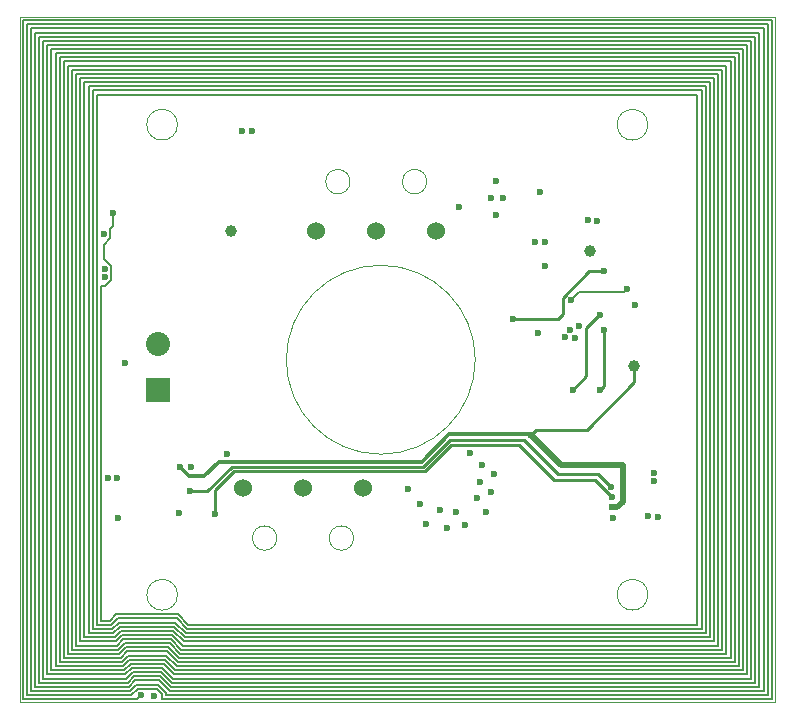
<source format=gbr>
%TF.GenerationSoftware,KiCad,Pcbnew,(5.1.5)-3*%
%TF.CreationDate,2020-08-29T16:56:36-07:00*%
%TF.ProjectId,ypanel,7970616e-656c-42e6-9b69-6361645f7063,rev?*%
%TF.SameCoordinates,Original*%
%TF.FileFunction,Copper,L2,Inr*%
%TF.FilePolarity,Positive*%
%FSLAX46Y46*%
G04 Gerber Fmt 4.6, Leading zero omitted, Abs format (unit mm)*
G04 Created by KiCad (PCBNEW (5.1.5)-3) date 2020-08-29 16:56:36*
%MOMM*%
%LPD*%
G04 APERTURE LIST*
%ADD10C,0.100000*%
%ADD11C,0.050000*%
%ADD12C,2.032000*%
%ADD13R,2.032000X2.032000*%
%ADD14C,1.000000*%
%ADD15C,1.524000*%
%ADD16C,0.600000*%
%ADD17C,0.240000*%
%ADD18C,0.480000*%
%ADD19C,0.320000*%
%ADD20C,0.190000*%
%ADD21C,0.160000*%
G04 APERTURE END LIST*
D10*
X151587000Y-99000001D02*
G75*
G03X151587000Y-99000001I-8000000J0D01*
G01*
X134779564Y-114100000D02*
G75*
G03X134779564Y-114100000I-1029564J0D01*
G01*
X141279564Y-114100000D02*
G75*
G03X141279564Y-114100000I-1029564J0D01*
G01*
X126375000Y-118900000D02*
G75*
G03X126375000Y-118900000I-1300000J0D01*
G01*
X140979564Y-83920436D02*
G75*
G03X140979564Y-83920436I-1029564J0D01*
G01*
X147479564Y-83920436D02*
G75*
G03X147479564Y-83920436I-1029564J0D01*
G01*
X176975000Y-70000000D02*
X176975000Y-128000000D01*
X166200000Y-118900000D02*
G75*
G03X166200000Y-118900000I-1300000J0D01*
G01*
D11*
X126372800Y-79100000D02*
G75*
G03X126372800Y-79100000I-1300000J0D01*
G01*
D10*
X166195000Y-79102480D02*
G75*
G03X166195000Y-79102480I-1300000J0D01*
G01*
X176975000Y-70000000D02*
X113000000Y-70000000D01*
X113000000Y-128000000D02*
X176975000Y-128000000D01*
X113000000Y-70000000D02*
X113000000Y-128000000D01*
D12*
X124764800Y-97691060D03*
D13*
X124764800Y-101546660D03*
D14*
X161267720Y-89773460D03*
X130873500Y-88138000D03*
X165036500Y-99568000D03*
D15*
X142080000Y-109900000D03*
X137000000Y-109900000D03*
X131920000Y-109900000D03*
X148300000Y-88100000D03*
X143200000Y-88100000D03*
X138100000Y-88100000D03*
D16*
X150197820Y-86072980D03*
X159634500Y-96507000D03*
X160350000Y-96150000D03*
X159200000Y-97050000D03*
X160050000Y-97150000D03*
X163220400Y-112369600D03*
X165100000Y-94350000D03*
X121900000Y-99250000D03*
X130558000Y-106991000D03*
X131800000Y-79600000D03*
X132650000Y-79600000D03*
X120200000Y-91300000D03*
X120200000Y-92000000D03*
X120500000Y-109000000D03*
X121250000Y-109000000D03*
X152146000Y-107950000D03*
X145923000Y-109982000D03*
X146939000Y-111252000D03*
X149987000Y-111887000D03*
X150749000Y-113030000D03*
X151765000Y-110744000D03*
X152527000Y-111887000D03*
X152019000Y-109347000D03*
X148590000Y-111760000D03*
X151130000Y-106934000D03*
X149225000Y-113284000D03*
X147447000Y-112903000D03*
X152908000Y-110236000D03*
X153162000Y-108712000D03*
X126492000Y-112014000D03*
X127532575Y-108101584D03*
X162149946Y-95220946D03*
X159829500Y-101536494D03*
X157483120Y-91084100D03*
X163200000Y-111500000D03*
X156301440Y-105384600D03*
X126600000Y-108077020D03*
X157050000Y-84800000D03*
X156876844Y-96740660D03*
X162450000Y-91500000D03*
X154750000Y-95550000D03*
X163200000Y-110650000D03*
X129550000Y-112050000D03*
X127400000Y-110150000D03*
X163100000Y-109750000D03*
X166200000Y-112250000D03*
X153340597Y-83865157D03*
X161100000Y-87150000D03*
X166700000Y-109300000D03*
X166700000Y-108550000D03*
X161870307Y-87229693D03*
X167100000Y-112300000D03*
X153339000Y-86767200D03*
X124400000Y-127450000D03*
X123250000Y-127400000D03*
X121300000Y-112395000D03*
X120142000Y-88392000D03*
X120950000Y-86550000D03*
X152894500Y-85332100D03*
X153897800Y-85332100D03*
X162115500Y-101600000D03*
X162496500Y-96520000D03*
X159670844Y-93971156D03*
X164401500Y-93027500D03*
X156641703Y-89002155D03*
X157504833Y-89002155D03*
D17*
X161000000Y-96309562D02*
X161000000Y-100365994D01*
X162149946Y-95220946D02*
X162088616Y-95220946D01*
X161000000Y-100365994D02*
X159829500Y-101536494D01*
X162088616Y-95220946D02*
X161000000Y-96309562D01*
D18*
X163624264Y-111500000D02*
X164100000Y-111024264D01*
X164100000Y-111024264D02*
X164100000Y-107900000D01*
X164100000Y-107900000D02*
X158850000Y-107900000D01*
X158850000Y-107900000D02*
X156334600Y-105384600D01*
X156334600Y-105384600D02*
X156301440Y-105384600D01*
X163200000Y-111500000D02*
X163624264Y-111500000D01*
D17*
X161010600Y-104927400D02*
X156758640Y-104927400D01*
X165036500Y-100901500D02*
X161010600Y-104927400D01*
X156758640Y-104927400D02*
X156301440Y-105384600D01*
X165036500Y-99568000D02*
X165036500Y-100901500D01*
D19*
X128651000Y-108839000D02*
X127361980Y-108839000D01*
X156216839Y-105299999D02*
X149383370Y-105299999D01*
X156301440Y-105384600D02*
X156216839Y-105299999D01*
X127361980Y-108839000D02*
X126600000Y-108077020D01*
X149383370Y-105299999D02*
X147066370Y-107616999D01*
X147066370Y-107616999D02*
X129873001Y-107616999D01*
X129873001Y-107616999D02*
X128651000Y-108839000D01*
D17*
X159000000Y-93750000D02*
X161250000Y-91500000D01*
X161250000Y-91500000D02*
X162450000Y-91500000D01*
X159000000Y-95150000D02*
X159000000Y-93750000D01*
X154750000Y-95550000D02*
X158600000Y-95550000D01*
X158600000Y-95550000D02*
X159000000Y-95150000D01*
X158250000Y-109200000D02*
X161750000Y-109200000D01*
X155300000Y-106250000D02*
X158250000Y-109200000D01*
X129550000Y-110050000D02*
X131175854Y-108424146D01*
X161750000Y-109200000D02*
X163200000Y-110650000D01*
X129550000Y-112050000D02*
X129550000Y-110050000D01*
X149528000Y-106250000D02*
X155300000Y-106250000D01*
X131175854Y-108424146D02*
X147353854Y-108424146D01*
X147353854Y-108424146D02*
X149528000Y-106250000D01*
X155700000Y-105800000D02*
X158550000Y-108650000D01*
X127400000Y-110150000D02*
X128911562Y-110150000D01*
X162000000Y-108650000D02*
X163100000Y-109750000D01*
X128911562Y-110150000D02*
X131004530Y-108057032D01*
X158550000Y-108650000D02*
X162000000Y-108650000D01*
X149458969Y-105800000D02*
X155700000Y-105800000D01*
X147201955Y-108057015D02*
X149458969Y-105800000D01*
X131004530Y-108057032D02*
X147201955Y-108057015D01*
D20*
X122800000Y-127727990D02*
X122800000Y-127722562D01*
X122922010Y-127727990D02*
X123250000Y-127400000D01*
X122800000Y-127727990D02*
X122922010Y-127727990D01*
X122200000Y-124050000D02*
X121650000Y-124600000D01*
X125400000Y-124050000D02*
X122200000Y-124050000D01*
X173900000Y-73050000D02*
X173900000Y-124950000D01*
X116400000Y-124600000D02*
X116400000Y-73400000D01*
X121650000Y-124600000D02*
X116400000Y-124600000D01*
X116050000Y-73050000D02*
X120450000Y-73050000D01*
X121750000Y-124950000D02*
X116050000Y-124950000D01*
X122300000Y-124400000D02*
X121750000Y-124950000D01*
X126200000Y-125300000D02*
X125300000Y-124400000D01*
X174250000Y-125300000D02*
X126200000Y-125300000D01*
X174250000Y-72700000D02*
X174250000Y-125300000D01*
X126300000Y-124950000D02*
X125400000Y-124050000D01*
X125300000Y-124400000D02*
X122300000Y-124400000D01*
X173900000Y-124950000D02*
X126300000Y-124950000D01*
X116050000Y-124950000D02*
X116050000Y-73050000D01*
X175300000Y-126350000D02*
X125900000Y-126350000D01*
X175300000Y-71650000D02*
X175300000Y-126350000D01*
X122150000Y-126350000D02*
X114650000Y-126350000D01*
X122700000Y-125800000D02*
X122150000Y-126350000D01*
X124900000Y-125800000D02*
X122700000Y-125800000D01*
X115000000Y-126000000D02*
X115000000Y-72000000D01*
X175650000Y-126700000D02*
X125800000Y-126700000D01*
X113600000Y-70600000D02*
X176350000Y-70600000D01*
X114300000Y-126700000D02*
X114300000Y-71300000D01*
X122050000Y-126000000D02*
X115000000Y-126000000D01*
X122250000Y-126700000D02*
X114300000Y-126700000D01*
X122800000Y-126150000D02*
X122250000Y-126700000D01*
X122600000Y-125450000D02*
X122050000Y-126000000D01*
X124800000Y-126150000D02*
X122800000Y-126150000D01*
X125700000Y-127050000D02*
X124800000Y-126150000D01*
X176000000Y-127050000D02*
X125700000Y-127050000D01*
X176700000Y-126800000D02*
X176702990Y-126802990D01*
X176000000Y-70950000D02*
X176000000Y-127050000D01*
X122900000Y-126500000D02*
X122350000Y-127050000D01*
X113950000Y-70950000D02*
X176000000Y-70950000D01*
X176702990Y-127697010D02*
X176652990Y-127697010D01*
X113950000Y-127050000D02*
X113950000Y-70950000D01*
X113600000Y-127400000D02*
X113600000Y-70600000D01*
X176702990Y-126802990D02*
X176702990Y-127697010D01*
X176652990Y-127697010D02*
X176622010Y-127727990D01*
X125000000Y-125450000D02*
X122600000Y-125450000D01*
X124700000Y-126500000D02*
X122900000Y-126500000D01*
X125400000Y-127200000D02*
X124700000Y-126500000D01*
X125050000Y-127727990D02*
X125050000Y-127300000D01*
X125400000Y-127400000D02*
X125400000Y-127200000D01*
X176350000Y-127400000D02*
X125400000Y-127400000D01*
X125900000Y-126350000D02*
X125000000Y-125450000D01*
X176350000Y-70600000D02*
X176350000Y-127400000D01*
X122350000Y-127050000D02*
X113950000Y-127050000D01*
X123000000Y-126850000D02*
X122450000Y-127400000D01*
X124600000Y-126850000D02*
X123000000Y-126850000D01*
X125050000Y-127300000D02*
X124600000Y-126850000D01*
X176622010Y-127727990D02*
X125050000Y-127727990D01*
X122450000Y-127400000D02*
X113600000Y-127400000D01*
X113272010Y-70272010D02*
X176700000Y-70272010D01*
X176700000Y-70272010D02*
X176700000Y-126800000D01*
X125800000Y-126700000D02*
X124900000Y-125800000D01*
X114650000Y-71650000D02*
X175300000Y-71650000D01*
X114650000Y-126350000D02*
X114650000Y-71650000D01*
X175650000Y-71300000D02*
X175650000Y-126700000D01*
X114300000Y-71300000D02*
X175650000Y-71300000D01*
X113272010Y-127727990D02*
X113272010Y-70272010D01*
X122800000Y-127727990D02*
X113272010Y-127727990D01*
X121450000Y-72000000D02*
X121500000Y-72000000D01*
X115000000Y-72000000D02*
X121450000Y-72000000D01*
X121850000Y-125300000D02*
X115700000Y-125300000D01*
X122400000Y-124750000D02*
X121850000Y-125300000D01*
X125200000Y-124750000D02*
X122400000Y-124750000D01*
X174600000Y-72350000D02*
X174600000Y-125650000D01*
X126000000Y-126000000D02*
X125100000Y-125100000D01*
X115350000Y-72350000D02*
X174600000Y-72350000D01*
X115700000Y-125300000D02*
X115700000Y-72700000D01*
X126100000Y-125650000D02*
X125200000Y-124750000D01*
X121950000Y-125650000D02*
X115350000Y-125650000D01*
X115350000Y-125650000D02*
X115350000Y-72350000D01*
X121450000Y-72000000D02*
X174950000Y-72000000D01*
X125100000Y-125100000D02*
X122500000Y-125100000D01*
X174950000Y-126000000D02*
X126000000Y-126000000D01*
X174950000Y-72000000D02*
X174950000Y-126000000D01*
X174600000Y-125650000D02*
X126100000Y-125650000D01*
X122500000Y-125100000D02*
X121950000Y-125650000D01*
X129350000Y-72700000D02*
X120650000Y-72700000D01*
X120650000Y-72700000D02*
X120800000Y-72700000D01*
X129200000Y-72700000D02*
X129350000Y-72700000D01*
X115700000Y-72700000D02*
X120650000Y-72700000D01*
X129350000Y-72700000D02*
X174250000Y-72700000D01*
X129650000Y-73050000D02*
X173900000Y-73050000D01*
X120450000Y-73050000D02*
X129650000Y-73050000D01*
X129550000Y-73050000D02*
X129650000Y-73050000D01*
X119450000Y-73400000D02*
X120100000Y-73400000D01*
X116400000Y-73400000D02*
X119450000Y-73400000D01*
X120722001Y-92250561D02*
X120722001Y-91049439D01*
X120650000Y-121100000D02*
X119900000Y-121100000D01*
X121200000Y-120550000D02*
X120650000Y-121100000D01*
X126400000Y-120550000D02*
X121200000Y-120550000D01*
X119900000Y-92750000D02*
X120222562Y-92750000D01*
X127300000Y-121450000D02*
X126400000Y-120550000D01*
X119550000Y-76550000D02*
X170400000Y-76550000D01*
X119550000Y-121450000D02*
X119550000Y-76550000D01*
X120222562Y-92750000D02*
X120722001Y-92250561D01*
X120750000Y-121450000D02*
X119550000Y-121450000D01*
X126300000Y-120900000D02*
X121300000Y-120900000D01*
X170750000Y-121800000D02*
X127200000Y-121800000D01*
X119200000Y-76200000D02*
X170750000Y-76200000D01*
X121400000Y-121250000D02*
X120850000Y-121800000D01*
X126200000Y-121250000D02*
X121400000Y-121250000D01*
X119900000Y-121100000D02*
X119900000Y-92750000D01*
X170750000Y-76200000D02*
X170750000Y-121800000D01*
X127100000Y-122150000D02*
X126200000Y-121250000D01*
X121500000Y-121600000D02*
X120950000Y-122150000D01*
X120142000Y-89258000D02*
X120700000Y-88700000D01*
X126100000Y-121600000D02*
X121500000Y-121600000D01*
X127000000Y-122500000D02*
X126100000Y-121600000D01*
X171450000Y-122500000D02*
X127000000Y-122500000D01*
X171450000Y-75500000D02*
X171450000Y-122500000D01*
X118500000Y-75500000D02*
X171450000Y-75500000D01*
X118500000Y-122500000D02*
X118500000Y-75500000D01*
X171800000Y-122850000D02*
X126900000Y-122850000D01*
X171800000Y-75150000D02*
X171800000Y-122850000D01*
X121150000Y-122850000D02*
X118150000Y-122850000D01*
X172150000Y-123200000D02*
X126800000Y-123200000D01*
X117450000Y-74450000D02*
X172500000Y-74450000D01*
X126000000Y-121950000D02*
X121600000Y-121950000D01*
X172150000Y-74800000D02*
X172150000Y-123200000D01*
X125800000Y-122650000D02*
X121800000Y-122650000D01*
X121700000Y-122300000D02*
X121150000Y-122850000D01*
X170400000Y-76550000D02*
X170400000Y-121450000D01*
X172500000Y-123550000D02*
X126700000Y-123550000D01*
X172500000Y-74450000D02*
X172500000Y-123550000D01*
X117450000Y-123550000D02*
X117450000Y-74450000D01*
X126600000Y-123900000D02*
X125700000Y-123000000D01*
X173200000Y-124250000D02*
X126500000Y-124250000D01*
X117800000Y-74800000D02*
X172150000Y-74800000D01*
X121350000Y-123550000D02*
X117450000Y-123550000D01*
X171100000Y-75850000D02*
X171100000Y-122150000D01*
X125500000Y-123700000D02*
X122100000Y-123700000D01*
X172850000Y-123900000D02*
X126600000Y-123900000D01*
X170400000Y-121450000D02*
X127300000Y-121450000D01*
X125700000Y-123000000D02*
X121900000Y-123000000D01*
X121600000Y-121950000D02*
X121050000Y-122500000D01*
X117100000Y-74100000D02*
X172850000Y-74100000D01*
X127200000Y-121800000D02*
X126300000Y-120900000D01*
X116750000Y-73750000D02*
X173200000Y-73750000D01*
X121550000Y-124250000D02*
X116750000Y-124250000D01*
X117100000Y-123900000D02*
X117100000Y-74100000D01*
X119200000Y-121800000D02*
X119200000Y-76200000D01*
X118850000Y-75850000D02*
X171100000Y-75850000D01*
X172850000Y-74100000D02*
X172850000Y-123900000D01*
X118150000Y-122850000D02*
X118150000Y-75150000D01*
X121450000Y-123900000D02*
X117100000Y-123900000D01*
X120950000Y-122150000D02*
X118850000Y-122150000D01*
X126800000Y-123200000D02*
X125900000Y-122300000D01*
X171100000Y-122150000D02*
X127100000Y-122150000D01*
X122100000Y-123700000D02*
X121550000Y-124250000D01*
X125600000Y-123350000D02*
X122000000Y-123350000D01*
X121250000Y-123200000D02*
X117800000Y-123200000D01*
X121300000Y-120900000D02*
X120750000Y-121450000D01*
X173550000Y-73400000D02*
X173550000Y-124600000D01*
X118150000Y-75150000D02*
X171800000Y-75150000D01*
X173200000Y-73750000D02*
X173200000Y-124250000D01*
X125900000Y-122300000D02*
X121700000Y-122300000D01*
X119450000Y-73400000D02*
X173550000Y-73400000D01*
X126400000Y-124600000D02*
X125500000Y-123700000D01*
X126500000Y-124250000D02*
X125600000Y-123350000D01*
X118850000Y-122150000D02*
X118850000Y-75850000D01*
X122000000Y-123350000D02*
X121450000Y-123900000D01*
X126900000Y-122850000D02*
X126000000Y-121950000D01*
X116750000Y-124250000D02*
X116750000Y-73750000D01*
X117800000Y-123200000D02*
X117800000Y-74800000D01*
X173550000Y-124600000D02*
X126400000Y-124600000D01*
X120850000Y-121800000D02*
X119200000Y-121800000D01*
X126700000Y-123550000D02*
X125800000Y-122650000D01*
X120700000Y-88700000D02*
X120700000Y-87934000D01*
X120142000Y-90508000D02*
X120142000Y-89258000D01*
X121900000Y-123000000D02*
X121350000Y-123550000D01*
X121800000Y-122650000D02*
X121250000Y-123200000D01*
X120722001Y-91049439D02*
X120422562Y-90750000D01*
X121050000Y-122500000D02*
X118500000Y-122500000D01*
X120384000Y-90750000D02*
X120142000Y-90508000D01*
X120422562Y-90750000D02*
X120384000Y-90750000D01*
X120950000Y-87684000D02*
X120950000Y-86550000D01*
X120700000Y-87934000D02*
X120950000Y-87684000D01*
D17*
X162450000Y-96566500D02*
X162496500Y-96520000D01*
X162115500Y-101600000D02*
X162450000Y-101265500D01*
X162450000Y-101265500D02*
X162450000Y-96566500D01*
D21*
X164179000Y-93250000D02*
X164401500Y-93027500D01*
X160392000Y-93250000D02*
X164179000Y-93250000D01*
X159670844Y-93971156D02*
X160392000Y-93250000D01*
M02*

</source>
